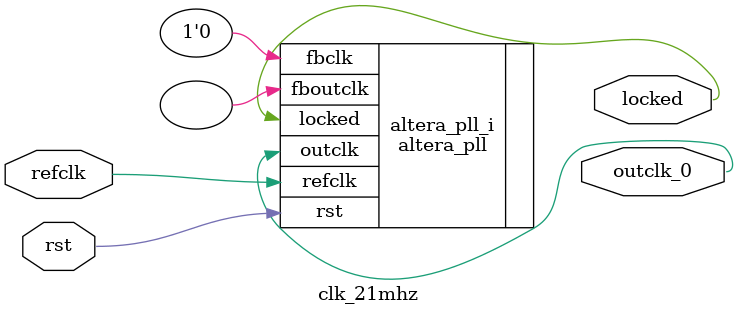
<source format=v>
`timescale 1ns/10ps
module  clk_21mhz(

	// interface 'refclk'
	input wire refclk,

	// interface 'reset'
	input wire rst,

	// interface 'outclk0'
	output wire outclk_0,

	// interface 'locked'
	output wire locked
);

	altera_pll #(
		.fractional_vco_multiplier("false"),
		.reference_clock_frequency("50.0 MHz"),
		.operation_mode("direct"),
		.number_of_clocks(1),
		.output_clock_frequency0("21.000000 MHz"),
		.phase_shift0("0 ps"),
		.duty_cycle0(50),
		.output_clock_frequency1("0 MHz"),
		.phase_shift1("0 ps"),
		.duty_cycle1(50),
		.output_clock_frequency2("0 MHz"),
		.phase_shift2("0 ps"),
		.duty_cycle2(50),
		.output_clock_frequency3("0 MHz"),
		.phase_shift3("0 ps"),
		.duty_cycle3(50),
		.output_clock_frequency4("0 MHz"),
		.phase_shift4("0 ps"),
		.duty_cycle4(50),
		.output_clock_frequency5("0 MHz"),
		.phase_shift5("0 ps"),
		.duty_cycle5(50),
		.output_clock_frequency6("0 MHz"),
		.phase_shift6("0 ps"),
		.duty_cycle6(50),
		.output_clock_frequency7("0 MHz"),
		.phase_shift7("0 ps"),
		.duty_cycle7(50),
		.output_clock_frequency8("0 MHz"),
		.phase_shift8("0 ps"),
		.duty_cycle8(50),
		.output_clock_frequency9("0 MHz"),
		.phase_shift9("0 ps"),
		.duty_cycle9(50),
		.output_clock_frequency10("0 MHz"),
		.phase_shift10("0 ps"),
		.duty_cycle10(50),
		.output_clock_frequency11("0 MHz"),
		.phase_shift11("0 ps"),
		.duty_cycle11(50),
		.output_clock_frequency12("0 MHz"),
		.phase_shift12("0 ps"),
		.duty_cycle12(50),
		.output_clock_frequency13("0 MHz"),
		.phase_shift13("0 ps"),
		.duty_cycle13(50),
		.output_clock_frequency14("0 MHz"),
		.phase_shift14("0 ps"),
		.duty_cycle14(50),
		.output_clock_frequency15("0 MHz"),
		.phase_shift15("0 ps"),
		.duty_cycle15(50),
		.output_clock_frequency16("0 MHz"),
		.phase_shift16("0 ps"),
		.duty_cycle16(50),
		.output_clock_frequency17("0 MHz"),
		.phase_shift17("0 ps"),
		.duty_cycle17(50),
		.pll_type("General"),
		.pll_subtype("General")
	) altera_pll_i (
		.rst	(rst),
		.outclk	({outclk_0}),
		.locked	(locked),
		.fboutclk	( ),
		.fbclk	(1'b0),
		.refclk	(refclk)
	);
endmodule


</source>
